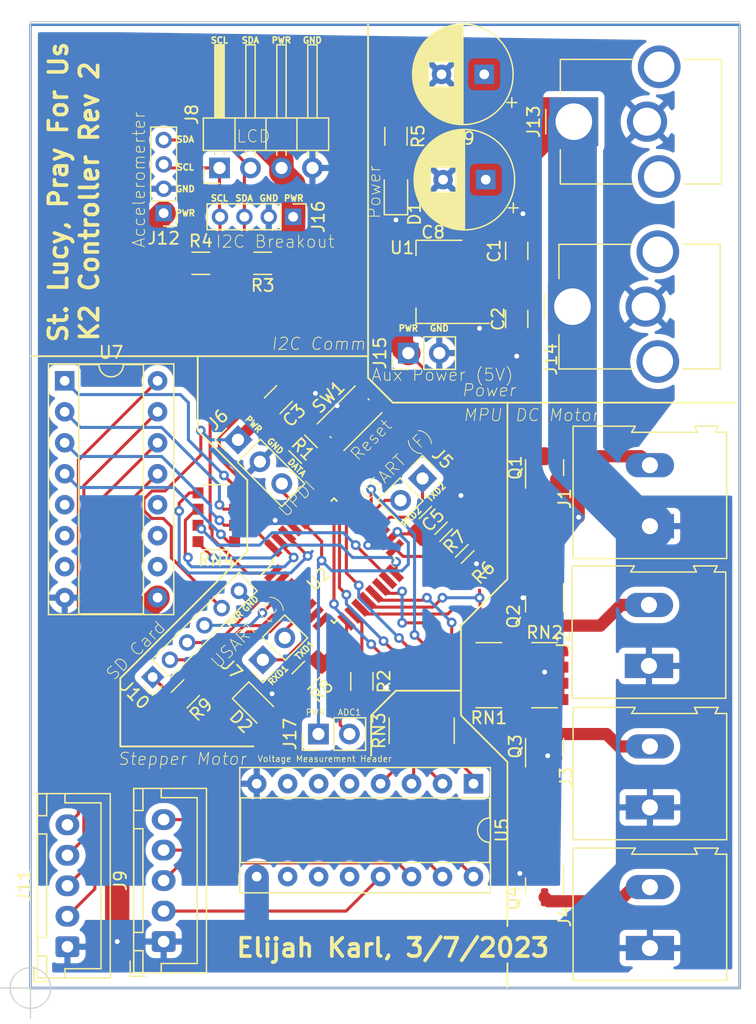
<source format=kicad_pcb>
(kicad_pcb (version 20211014) (generator pcbnew)
  (title_block (title "Motor Control Board") (date "2022-10-19") (rev "1") (company "Personal Project") (comment 1 "Author: Elijah Karl"))
  (layers (0 "F.Cu" signal) (31 "B.Cu" signal) (34 "B.Paste" user) (35 "F.Paste" user) (36 "B.SilkS" user "B.Silkscreen") (37 "F.SilkS" user "F.Silkscreen") (38 "B.Mask" user) (39 "F.Mask" user) (44 "Edge.Cuts" user))
  (net 0 "")
  (net 1 "+9V")
  (net 2 "GND")
  (net 3 "PWR")
  (net 4 "Net-(D1-Pad2)")
  (net 5 "Net-(J1-Pad2)")
  (net 6 "Net-(J2-Pad2)")
  (net 7 "Net-(J3-Pad2)")
  (net 8 "Net-(J4-Pad2)")
  (net 9 "Net-(J5-Pad1)")
  (net 10 "Net-(J5-Pad2)")
  (net 11 "Net-(J6-Pad3)")
  (net 12 "Net-(J7-Pad1)")
  (net 13 "Net-(J7-Pad2)")
  (net 14 "SCL")
  (net 15 "SDA")
  (net 16 "Net-(J9-Pad2)")
  (net 17 "Net-(J9-Pad3)")
  (net 18 "Net-(J9-Pad4)")
  (net 19 "Net-(J9-Pad5)")
  (net 20 "Net-(J11-Pad2)")
  (net 21 "Net-(J11-Pad3)")
  (net 22 "Net-(J11-Pad4)")
  (net 23 "Net-(J11-Pad5)")
  (net 24 "Net-(Q1-Pad1)")
  (net 25 "Net-(Q2-Pad1)")
  (net 26 "Net-(Q3-Pad1)")
  (net 27 "Net-(R1-Pad2)")
  (net 28 "Net-(R6-Pad2)")
  (net 29 "M1_EN")
  (net 30 "M2_EN")
  (net 31 "M3_EN")
  (net 32 "M4_EN")
  (net 33 "Net-(D2-Pad2)")
  (net 34 "ADC1")
  (net 35 "Net-(J10-Pad1)")
  (net 36 "Net-(J10-Pad2)")
  (net 37 "Net-(J10-Pad3)")
  (net 38 "Net-(J10-Pad4)")
  (net 39 "Net-(R8-Pad1)")
  (net 40 "Net-(RN1-Pad1)")
  (net 41 "Net-(R9-Pad1)")
  (net 42 "Net-(RN3-Pad1)")
  (net 43 "Net-(RN3-Pad2)")
  (net 44 "Net-(RN3-Pad3)")
  (net 45 "MC1_A")
  (net 46 "MC1_B")
  (net 59 "MC1_C")
  (net 60 "MC1_D")
  (net 61 "Net-(RN3-Pad4)")
  (net 62 "Net-(RN4-Pad1)")
  (net 63 "Net-(RN4-Pad2)")
  (net 64 "Net-(RN4-Pad3)")
  (net 65 "MC2_A")
  (net 66 "MC2_B")
  (net 67 "MC2_C")
  (net 68 "MC2_D")
  (net 70 "Net-(RN4-Pad4)")
  (footprint "Connector_PinHeader_2.54mm:PinHeader_1x03_P2.54mm_Vertical" (layer "F.Cu") (at 69.596 50.038 45)
    (fp_text reference "J6")
    (fp_text value "UPDI Header")
  )
  (footprint "Package_TO_SOT_SMD:SOT-23" (layer "F.Cu") (at 94.742 63.5 -90)
    (fp_text reference "Q2")
    (fp_text value "DMN3042L")
  )
  (footprint "Capacitor_THT:CP_Radial_D8.0mm_P3.50mm" (layer "F.Cu") (at 89.790651 20.066 180)
    (fp_text reference "C9")
    (fp_text value "470uF")
  )
  (footprint "Resistor_SMD:R_Array_Convex_4x1206" (layer "F.Cu") (at 84.662 73.897 90)
    (fp_text reference "RN3")
    (fp_text value "1K_Pack04")
  )
  (footprint "Resistor_SMD:R_1206_3216Metric_Pad1.30x1.75mm_HandSolder" (layer "F.Cu") (at 74.937445 50.807445 -45)
    (fp_text reference "R1")
    (fp_text value "35k")
  )
  (footprint "TerminalBlock:TerminalBlock_Altech_AK300-2_P5.00mm" (layer "F.Cu") (at 103.2995 68.58 90)
    (fp_text reference "J2")
    (fp_text value "Screw_Terminal_01x02")
  )
  (footprint "Resistor_SMD:R_1206_3216Metric_Pad1.30x1.75mm_HandSolder" (layer "F.Cu") (at 66.548 35.56)
    (fp_text reference "R4")
    (fp_text value "6.2k")
  )
  (footprint "Connector_PinHeader_2.54mm:PinHeader_1x04_P2.54mm_Horizontal" (layer "F.Cu") (at 68.082 27.743 90)
    (fp_text reference "J8")
    (fp_text value "Provisional LCD Header")
  )
  (footprint "Connector_PinHeader_2.54mm:PinHeader_1x02_P2.54mm_Vertical" (layer "F.Cu") (at 71.635445 68.079445 135)
    (fp_text reference "J7")
    (fp_text value "USART Conn")
  )
  (footprint "Connector_JST:JST_XH_B5B-XH-A_1x05_P2.50mm_Vertical" (layer "F.Cu") (at 55.609 91.614 90)
    (fp_text reference "J11")
    (fp_text value "Conn_01x05_Male")
  )
  (footprint "Package_TO_SOT_SMD:SOT-23" (layer "F.Cu") (at 94.742 75.184 90)
    (fp_text reference "Q3")
    (fp_text value "DMN3042L")
  )
  (footprint "Resistor_SMD:R_Array_Convex_4x1206" (layer "F.Cu") (at 94.742 69.342)
    (fp_text reference "RN2")
    (fp_text value "33K_Pack04")
  )
  (footprint "Resistor_SMD:R_1206_3216Metric_Pad1.30x1.75mm_HandSolder" (layer "F.Cu") (at 75.191445 69.349445 -135)
    (fp_text reference "R8")
    (fp_text value "710")
  )
  (footprint "Resistor_SMD:R_Array_Convex_4x1206" (layer "F.Cu") (at 67.818 56.388 180)
    (fp_text reference "RN4")
    (fp_text value "1K_Pack04")
  )
  (footprint "Connector_PinHeader_2.00mm:PinHeader_1x06_P2.00mm_Vertical" (layer "F.Cu") (at 62.601231 69.493659 135)
    (fp_text reference "J10")
    (fp_text value "SD_Card_BreakoutBoard")
  )
  (footprint "Connector_PinHeader_2.54mm:PinHeader_1x02_P2.54mm_Vertical" (layer "F.Cu") (at 84.729006 53.207884 -45)
    (fp_text reference "J5")
    (fp_text value "USART Conn")
  )
  (footprint "Connector_PinHeader_2.54mm:PinHeader_1x02_P2.54mm_Vertical" (layer "F.Cu") (at 76.195 74.168 90)
    (fp_text reference "J17")
    (fp_text value "Voltage Measurement Jumper")
  )
  (footprint "TerminalBlock:TerminalBlock_Altech_AK300-2_P5.00mm" (layer "F.Cu") (at 103.378 91.723 90)
    (fp_text reference "J4")
    (fp_text value "Screw_Terminal_01x02")
  )
  (footprint "LED_SMD:LED_0805_2012Metric_Pad1.15x1.40mm_HandSolder" (layer "F.Cu") (at 82.55 29.718 90)
    (fp_text reference "D1")
    (fp_text value "LED_GRN")
  )
  (footprint "Package_QFP:TQFP-32_7x7mm_P0.8mm" (layer "F.Cu") (at 77.477445 59.951445 45)
    (fp_text reference "U2")
    (fp_text value "ATmega4808-A")
  )
  (footprint "Connector_BarrelJack:BarrelJack_CUI_PJ-063AH_Horizontal_CircularHoles" (layer "F.Cu") (at 97.14 23.948 90)
    (fp_text reference "J13")
    (fp_text value "+9V")
  )
  (footprint "Connector_JST:JST_XH_B5B-XH-A_1x05_P2.50mm_Vertical" (layer "F.Cu") (at 63.5 91.186 90)
    (fp_text reference "J9")
    (fp_text value "Conn_01x05_Male")
  )
  (footprint "Package_DIP:DIP-16_W7.62mm_Socket" (layer "F.Cu") (at 55.382 45.202)
    (fp_text reference "U7")
    (fp_text value "ULN2003A")
  )
  (footprint "Package_TO_SOT_SMD:SOT-223-3_TabPin2" (layer "F.Cu") (at 86.106 37.084 180)
    (fp_text reference "U1")
    (fp_text value "AZ1117-5.0")
  )
  (footprint "Resistor_SMD:R_1206_3216Metric_Pad1.30x1.75mm_HandSolder" (layer "F.Cu") (at 82.55 25.146 -90)
    (fp_text reference "R5")
    (fp_text value "690")
  )
  (footprint "Capacitor_THT:CP_Radial_D8.0mm_P3.50mm" (layer "F.Cu") (at 89.916 28.702 180)
    (fp_text reference "C8")
    (fp_text value "470uF")
  )
  (footprint "Resistor_SMD:R_1206_3216Metric_Pad1.30x1.75mm_HandSolder" (layer "F.Cu") (at 89.081429 60.285461 -135)
    (fp_text reference "R6")
    (fp_text value "24.9k")
  )
  (footprint "Capacitor_SMD:C_1206_3216Metric_Pad1.33x1.80mm_HandSolder" (layer "F.Cu") (at 92.456 40.132 -90)
    (fp_text reference "C2")
    (fp_text value "22uF")
  )
  (footprint "Resistor_SMD:R_1206_3216Metric" (layer "F.Cu") (at 79.756 69.85 -90)
    (fp_text reference "R2")
    (fp_text value "1M")
  )
  (footprint "TerminalBlock:TerminalBlock_Altech_AK300-2_P5.00mm" (layer "F.Cu") (at 103.378 80.184 90)
    (fp_text reference "J3")
    (fp_text value "Screw_Terminal_01x02")
  )
  (footprint "Connector_PinHeader_2.54mm:PinHeader_1x02_P2.54mm_Vertical" (layer "F.Cu") (at 83.566 42.926 90)
    (fp_text reference "J15")
    (fp_text value "AUX Power")
  )
  (footprint "Connector_PinHeader_2.00mm:PinHeader_1x04_P2.00mm_Vertical" (layer "F.Cu") (at 63.5 31.448 180)
    (fp_text reference "J12")
    (fp_text value "Provisional Accelerometer Header")
  )
  (footprint "Capacitor_SMD:C_1206_3216Metric_Pad1.33x1.80mm_HandSolder" (layer "F.Cu") (at 85.605445 56.649445 45)
    (fp_text reference "C5")
    (fp_text value "0.1uF")
  )
  (footprint "Capacitor_SMD:C_1206_3216Metric_Pad1.33x1.80mm_HandSolder" (layer "F.Cu") (at 72.905445 46.743445 -135)
    (fp_text reference "C3")
    (fp_text value "0.1uF")
  )
  (footprint "Connector_PinHeader_2.00mm:PinHeader_1x04_P2.00mm_Vertical" (layer "F.Cu") (at 74.12 31.75 -90)
    (fp_text reference "J16")
    (fp_text value "I2C Breakout Header")
  )
  (footprint "TerminalBlock:TerminalBlock_Altech_AK300-2_P5.00mm" (layer "F.Cu") (at 103.378 57.121 90)
    (fp_text reference "J1")
    (fp_text value "Screw_Terminal_01x02")
  )
  (footprint "Resistor_SMD:R_Array_Convex_4x1206" (layer "F.Cu") (at 90.17 69.342 180)
    (fp_text reference "RN1")
    (fp_text value "1K_Pack04")
  )
  (footprint "Capacitor_SMD:C_1206_3216Metric_Pad1.33x1.80mm_HandSolder" (layer "F.Cu") (at 92.456 34.544 90)
    (fp_text reference "C1")
    (fp_text value "10uF")
  )
  (footprint "Package_TO_SOT_SMD:SOT-23" (layer "F.Cu") (at 94.742 52.324 90)
    (fp_text reference "Q1")
    (fp_text value "DMN3042L")
  )
  (footprint "Resistor_SMD:R_1206_3216Metric_Pad1.30x1.75mm_HandSolder" (layer "F.Cu") (at 71.628 35.56 180)
    (fp_text reference "R3")
    (fp_text value "6.2k")
  )
  (footprint "Resistor_SMD:R_1206_3216Metric_Pad1.30x1.75mm_HandSolder" (layer "F.Cu") (at 87.303429 58.507461 -135)
    (fp_text reference "R7")
    (fp_text value "6.2k")
  )
  (footprint "LED_SMD:LED_0805_2012Metric_Pad1.15x1.40mm_HandSolder" (layer "F.Cu") (at 71.127445 71.889445 -45)
    (fp_text reference "D2")
    (fp_text value "LED")
  )
  (footprint "Package_DIP:DIP-16_W7.62mm_Socket" (layer "F.Cu") (at 88.91 78.242 -90)
    (fp_text reference "U5")
    (fp_text value "ULN2003A")
  )
  (footprint "Button_Switch_SMD:SW_Push_1P1T_NO_CK_KMR2" (layer "F.Cu") (at 78.747445 48.267445 45)
    (fp_text reference "SW1")
    (fp_text value "SW_Push")
  )
  (footprint "Connector_BarrelJack:BarrelJack_CUI_PJ-063AH_Horizontal_CircularHoles" (layer "F.Cu") (at 97.028 39.116 90)
    (fp_text reference "J14")
    (fp_text value "+9V")
  )
  (footprint "Package_TO_SOT_SMD:SOT-23" (layer "F.Cu") (at 94.742 86.614 -90)
    (fp_text reference "Q4")
    (fp_text value "DMN3042L")
  )
  (footprint "Resistor_SMD:R_1206_3216Metric_Pad1.30x1.75mm_HandSolder" (layer "F.Cu") (at 65.285445 70.873445 -135)
    (fp_text reference "R9")
    (fp_text value "1K")
  )
  (gr_rect (start 110.744 94.996) (end 52.578 16.002) (layer "B.Cu") (width 0.2) (fill none))
  (gr_line (start 66.294 43.18) (end 52.578 43.18) (layer "F.SilkS") (width 0.15))
  (gr_line (start 80.264 44.958) (end 82.296 46.99) (layer "F.SilkS") (width 0.15))
  (gr_line (start 70.358 59.182) (end 70.358 53.34) (layer "F.SilkS") (width 0.15))
  (gr_line (start 91.694 92.964) (end 91.694 94.996) (layer "F.SilkS") (width 0.15))
  (gr_line (start 82.55 70.612) (end 80.518 72.644) (layer "F.SilkS") (width 0.15))
  (gr_line (start 80.264 16.002) (end 80.264 44.958) (layer "F.SilkS") (width 0.15))
  (gr_line (start 80.518 72.644) (end 80.518 75.946) (layer "F.SilkS") (width 0.15))
  (gr_line (start 59.944 75.184) (end 59.944 69.596) (layer "F.SilkS") (width 0.15))
  (gr_line (start 66.294 49.276) (end 66.294 43.18) (layer "F.SilkS") (width 0.15))
  (gr_line (start 82.296 46.99) (end 110.49 46.99) (layer "F.SilkS") (width 0.15))
  (gr_line (start 70.358 53.34) (end 66.294 49.276) (layer "F.SilkS") (width 0.15))
  (gr_line (start 87.884 72.644) (end 87.884 65.278) (layer "F.SilkS") (width 0.15))
  (gr_line (start 66.294 43.18) (end 80.264 43.18) (layer "F.SilkS") (width 0.15))
  (gr_line (start 59.944 69.596) (end 70.358 59.182) (layer "F.SilkS") (width 0.15))
  (gr_line (start 87.884 65.278) (end 91.694 61.468) (layer "F.SilkS") (width 0.15))
  (gr_line (start 91.694 76.454) (end 87.884 72.644) (layer "F.SilkS") (width 0.15))
  (gr_line (start 91.694 61.468) (end 91.694 46.99) (layer "F.SilkS") (width 0.15))
  (gr_line (start 87.884 70.612) (end 82.55 70.612) (layer "F.SilkS") (width 0.15))
  (gr_line (start 91.694 89.916) (end 91.694 76.454) (layer "F.SilkS") (width 0.15))
  (gr_line (start 59.944 75.184) (end 70.866 75.184) (layer "F.SilkS") (width 0.15))
  (gr_rect (start 52.578 15.748) (end 110.744 94.996) (layer "Edge.Cuts") (width 0.1) (fill none))
  (gr_text "SDA" (at 70.104 30.226) (layer "F.SilkS") (effects (font (size 0.5 0.5) (thickness 0.125))))
  (gr_text "GND" (at 72.644 50.546 315) (layer "F.SilkS") (effects (font (size 0.5 0.5) (thickness 0.125))))
  (gr_text "GND" (at 65.278 29.464) (layer "F.SilkS") (effects (font (size 0.5 0.5) (thickness 0.125))))
  (gr_text "TXD2" (at 85.852 54.356 45) (layer "F.SilkS") (effects (font (size 0.5 0.5) (thickness 0.125))))
  (gr_text "PWR" (at 74.168 30.226) (layer "F.SilkS") (effects (font (size 0.5 0.5) (thickness 0.125))))
  (gr_text "SD Card" (at 61.214 67.31 45) (layer "F.SilkS") (effects (font (size 1 1) (thickness 0.07))))
  (gr_text "Voltage Measurement Header" (at 76.708 76.2) (layer "F.SilkS") (effects (font (size 0.5 0.5) (thickness 0.07))))
  (gr_text "Power" (at 90.17 45.974) (layer "F.SilkS") (effects (font (size 1 1) (thickness 0.07) italic)))
  (gr_text "SDA" (at 65.278 25.4) (layer "F.SilkS") (effects (font (size 0.5 0.5) (thickness 0.125))))
  (gr_text "DC Motor" (at 95.758 48.006) (layer "F.SilkS") (effects (font (size 1 1) (thickness 0.07) italic)))
  (gr_text "GND" (at 72.136 30.226) (layer "F.SilkS") (effects (font (size 0.5 0.5) (thickness 0.125))))
  (gr_text "I2C Comm" (at 76.2 42.164) (layer "F.SilkS") (effects (font (size 1 1) (thickness 0.07) italic)))
  (gr_text "I2C Breakout" (at 72.644 33.782) (layer "F.SilkS") (effects (font (size 1 1) (thickness 0.07))))
  (gr_text "PWR" (at 83.566 40.894) (layer "F.SilkS") (effects (font (size 0.5 0.5) (thickness 0.125))))
  (gr_text "Acceleromerter" (at 61.468 28.702 90) (layer "F.SilkS") (effects (font (size 1 1) (thickness 0.07))))
  (gr_text "K2 Controller Rev 2" (at 57.404 30.48 90) (layer "F.SilkS") (effects (font (size 1.5 1.5) (thickness 0.3))))
  (gr_text "Stepper Motor" (at 65.024 76.2) (layer "F.SilkS") (effects (font (size 1 1) (thickness 0.07) italic)))
  (gr_text "PWR" (at 69.342 64.77 45) (layer "F.SilkS") (effects (font (size 0.5 0.5) (thickness 0.125))))
  (gr_text "TXD1" (at 75.06209 67.31 45) (layer "F.SilkS") (effects (font (size 0.5 0.5) (thickness 0.125))))
  (gr_text "Aux Power (5V)" (at 86.36 44.704) (layer "F.SilkS") (effects (font (size 1 1) (thickness 0.07))))
  (gr_text "UPDI" (at 74.422 54.864 45) (layer "F.SilkS") (effects (font (size 1 1) (thickness 0.07))))
  (gr_text "St. Lucy, Pray For Us" (at 54.864 29.718 90) (layer "F.SilkS") (effects (font (size 1.5 1.5) (thickness 0.3))))
  (gr_text "GND" (at 70.612 63.5 45) (layer "F.SilkS") (effects (font (size 0.5 0.5) (thickness 0.125))))
  (gr_text "DATA" (at 74.422 52.324 315) (layer "F.SilkS") (effects (font (size 0.5 0.5) (thickness 0.125))))
  (gr_text "PWR" (at 65.278 31.448) (layer "F.SilkS") (effects (font (size 0.5 0.5) (thickness 0.125))))
  (gr_text "SCL\n" (at 65.278 27.686) (layer "F.SilkS") (effects (font (size 0.5 0.5) (thickness 0.125))))
  (gr_text "Power" (at 80.772 29.718 90) (layer "F.SilkS") (effects (font (size 1 1) (thickness 0.07))))
  (gr_text "PWR" (at 73.152 17.272) (layer "F.SilkS") (effects (font (size 0.5 0.5) (thickness 0.125))))
  (gr_text "RXD1" (at 72.898 69.342 45) (layer "F.SilkS") (effects (font (size 0.5 0.5) (thickness 0.125))))
  (gr_text "USART (F)" (at 82.55 52.07 45) (layer "F.SilkS") (effects (font (size 1 1) (thickness 0.07))))
  (gr_text "LCD" (at 70.866 25.146) (layer "F.SilkS") (effects (font (size 1 1) (thickness 0.07))))
  (gr_text "USART (C)" (at 70.358 65.786 45) (layer "F.SilkS") (effects (font (size 1 1) (thickness 0.07))))
  (gr_text "PWR" (at 70.866 48.768 315) (layer "F.SilkS") (effects (font (size 0.5 0.5) (thickness 0.125))))
  (gr_text "SCL" (at 68.072 17.272) (layer "F.SilkS") (effects (font (size 0.5 0.5) (thickness 0.125))))
  (gr_text "SCL" (at 68.072 30.226) (layer "F.SilkS") (effects (font (size 0.5 0.5) (thickness 0.125))))
  (gr_text "PWR" (at 75.946 72.39) (layer "F.SilkS") (effects (font (size 0.5 0.5) (thickness 0.07))))
  (gr_text "Elijah Karl, 3/7/2023" (at 82.296 91.694) (layer "F.SilkS") (effects (font (size 1.5 1.5) (thickness 0.3))))
  (gr_text "MPU" (at 89.662 48.006) (layer "F.SilkS") (effects (font (size 1 1) (thickness 0.07) italic)))
  (gr_text "GND" (at 75.692 17.272) (layer "F.SilkS") (effects (font (size 0.5 0.5) (thickness 0.125))))
  (gr_text "SDA" (at 70.612 17.272) (layer "F.SilkS") (effects (font (size 0.5 0.5) (thickness 0.125))))
  (gr_text "ADC1" (at 78.74 72.39) (layer "F.SilkS") (effects (font (size 0.5 0.5) (thickness 0.07))))
  (gr_text "Reset" (at 80.518 50.038 45) (layer "F.SilkS") (effects (font (size 1 1) (thickness 0.07))))
  (gr_text "RXD2" (at 83.82 56.388 45) (layer "F.SilkS") (effects (font (size 0.5 0.5) (thickness 0.125))))
  (gr_text "GND" (at 86.106 40.894) (layer "F.SilkS") (effects (font (size 0.5 0.5) (thickness 0.125))))
  (target plus (at 52.578 94.996) (size 5) (width 0.1) (layer "Edge.Cuts"))
  (segment (start 82.55 23.596) (end 86.260651 23.596) (width 0.25) (layer "F.Cu") (net 1))
  (segment (start 59.69 66.294) (end 59.69 91.186) (width 2) (layer "F.Cu") (net 1))
  (segment (start 89.256 29.362) (end 89.916 28.702) (width 2) (layer "F.Cu") (net 1))
  (segment (start 97.14 23.948) (end 93.672651 23.948) (width 4) (layer "F.Cu") (net 1))
  (segment (start 86.260651 23.596) (end 89.790651 20.066) (width 0.25) (layer "F.Cu") (net 1))
  (segment (start 94.67 23.948) (end 89.916 28.702) (width 4) (layer "F.Cu") (net 1))
  (segment (start 91.1335 34.784) (end 89.256 34.784) (width 0.25) (layer "F.Cu") (net 1))
  (segment (start 97.14 23.948) (end 94.67 23.948) (width 4) (layer "F.Cu") (net 1))
  (segment (start 89.256 34.784) (end 89.256 29.362) (width 2) (layer "F.Cu") (net 1))
  (segment (start 63.002 62.982) (end 59.69 66.294) (width 2) (layer "F.Cu") (net 1))
  (segment (start 93.672651 23.948) (end 89.790651 20.066) (width 4) (layer "F.Cu") (net 1))
  (segment (start 92.456 36.1065) (end 91.1335 34.784) (width 0.25) (layer "F.Cu") (net 1))
  (via (at 59.69 91.186) (size 0.8) (drill 0.4) (layers "F.Cu" "B.Cu") (net 1))
  (segment (start 102.388 57.121) (end 97.028 51.761) (width 4) (layer "B.Cu") (net 1))
  (segment (start 97.028 39.116) (end 97.028 24.06) (width 4) (layer "B.Cu") (net 1))
  (segment (start 103.378 57.121) (end 102.388 57.121) (width 4) (layer "B.Cu") (net 1))
  (segment (start 71.12 91.186) (end 71.13 91.176) (width 2) (layer "B.Cu") (net 1))
  (segment (start 97.028 51.761) (end 97.028 39.116) (width 4) (layer "B.Cu") (net 1))
  (segment (start 71.13 85.862) (end 71.13 91.176) (width 2) (layer "B.Cu") (net 1))
  (segment (start 97.028 24.06) (end 97.14 23.948) (width 4) (layer "B.Cu") (net 1))
  (segment (start 95.692 53.2615) (end 95.692 53.528) (width 1) (layer "F.Cu") (net 2))
  (segment (start 95.1715 76.1215) (end 94.996 75.946) (width 1) (layer "F.Cu") (net 2))
  (segment (start 81.331177 57.794769) (end 81.143231 57.794769) (width 0.25) (layer "F.Cu") (net 2))
  (segment (start 95.692 53.528) (end 97.282 55.118) (width 1) (layer "F.Cu") (net 2))
  (segment (start 70.402661 71.164661) (end 72.091339 71.164661) (width 0.25) (layer "F.Cu") (net 2))
  (segment (start 75.356591 45.638591) (end 75.946 46.228) (width 0.25) (layer "F.Cu") (net 2))
  (segment (start 95.692 76.1215) (end 95.1715 76.1215) (width 1) (layer "F.Cu") (net 2))
  (segment (start 92.7885 85.6765) (end 92.71 85.598) (width 1) (layer "F.Cu") (net 2))
  (segment (start 90.162555 59.189445) (end 89.154 60.198) (width 0.25) (layer "F.Cu") (net 2))
  (segment (start 93.3935 62.5625) (end 92.964 62.992) (width 1) (layer "F.Cu") (net 2))
  (segment (start 97.536 55.372) (end 97.536 56.388) (width 1) (layer "F.Cu") (net 2))
  (segment (start 86.949409 55.544591) (end 87.884 54.61) (width 0.25) (layer "F.Cu") (net 2))
  (segment (start 74.010299 45.638591) (end 75.356591 45.638591) (width 0.25) (layer "F.Cu") (net 2))
  (segment (start 74.189398 57.229084) (end 73.602314 56.642) (width 0.25) (layer "F.Cu") (net 2))
  (segment (start 89.256 40.742) (end 89.408 40.894) (width 0.25) (layer "F.Cu") (net 2))
  (segment (start 89.256 39.384) (end 89.256 40.742) (width 0.25) (layer "F.Cu") (net 2))
  (segment (start 78.181759 47.701759) (end 79.631328 46.252191) (width 0.25) (layer "F.Cu") (net 2))
  (segment (start 73.602314 56.642) (end 72.644 56.642) (width 0.25) (layer "F.Cu") (net 2))
  (segment (start 80.8335 71.3125) (end 81.788 70.358) (width 0.25) (layer "F.Cu") (net 2))
  (segment (start 78.181759 47.701759) (end 77.724 47.244) (width 0.25) (layer "F.Cu") (net 2))
  (segment (start 72.091339 71.164661) (end 72.39 70.866) (width 0.25) (layer "F.Cu") (net 2))
  (segment (start 96.012 69.088) (end 94.742 69.088) (width 0.25) (layer "F.Cu") (net 2))
  (segment (start 79.756 71.3125) (end 80.8335 71.3125) (width 0.25) (layer "F.Cu") (net 2))
  (segment (start 92.456 41.6945) (end 92.456 43.18) (width 0.25) (layer "F.Cu") (net 2))
  (segment (start 96.242 69.318) (end 96.242 67.342) (width 0.25) (layer "F.Cu") (net 2))
  (segment (start 97.282 55.118) (end 97.536 55.372) (width 1) (layer "F.Cu") (net 2))
  (segment (start 90.177445 59.189445) (end 90.162555 59.189445) (width 0.25) (layer "F.Cu") (net 2))
  (segment (start 92.456 32.9815) (end 92.456 32.004) (width 0.25) (layer "F.Cu") (net 2))
  (segment (start 82.55 30.743) (end 82.55 32.004) (width 0.25) (layer "F.Cu") (net 2))
  (segment (start 81.143231 57.794769) (end 80.268299 58.669701) (width 0.25) (layer "F.Cu") (net 2))
  (segment (start 76.732191 49.151328) (end 78.181759 47.701759) (width 0.25) (layer "F.Cu") (net 2))
  (segment (start 96.242 69.318) (end 96.012 69.088) (width 0.25) (layer "F.Cu") (net 2))
  (segment (start 92.456 32.004) (end 92.964 31.496) (width 0.25) (layer "F.Cu") (net 2))
  (segment (start 96.242 71.342) (end 96.242 69.318) (width 0.25) (layer "F.Cu") (net 2))
  (segment (start 93.792 85.6765) (end 92.7885 85.6765) (width 1) (layer "F.Cu") (net 2))
  (segment (start 86.710299 55.544591) (end 86.949409 55.544591) (width 0.25) (layer "F.Cu") (net 2))
  (segment (start 93.792 62.5625) (end 93.3935 62.5625) (width 1) (layer "F.Cu") (net 2))
  (via (at 89.408 40.894) (size 0.8) (drill 0.4) (layers "F.Cu" "B.Cu") (net 2))
  (via (at 94.996 75.946) (size 0.8) (drill 0.4) (layers "F.Cu" "B.Cu") (net 2))
  (via (at 72.39 70.866) (size 0.8) (drill 0.4) (layers "F.Cu" "B.Cu") (net 2))
  (via (at 81.788 70.358) (size 0.8) (drill 0.4) (layers "F.Cu" "B.Cu") (net 2))
  (via (at 89.154 60.198) (size 0.8) (drill 0.4) (layers "F.Cu" "B.Cu") (net 2))
  (via (at 87.884 54.61) (size 0.8) (drill 0.4) (layers "F.Cu" "B.Cu") (net 2))
  (via (at 92.964 31.496) (size 0.8) (drill 0.4) (layers "F.Cu" "B.Cu") (net 2))
  (via (at 80.268299 58.669701) (size 0.8) (drill 0.4) (layers "F.Cu" "B.Cu") (net 2))
  (via (at 94.742 69.088) (size 0.8) (drill 0.4) (layers "F.Cu" "B.Cu") (net 2))
  (via (at 75.946 46.228) (size 0.8) (drill 0.4) (layers "F.Cu" "B.Cu") (net 2))
  (via (at 92.71 85.598) (size 0.8) (drill 0.4) (layers "F.Cu" "B.Cu") (net 2))
  (via (at 97.536 56.388) (size 0.8) (drill 0.4) (layers "F.Cu" "B.Cu") (net 2))
  (via (at 72.644 56.642) (size 0.8) (drill 0.4) (layers "F.Cu" "B.Cu") (net 2))
  (via (at 82.55 32.004) (size 0.8) (drill 0.4) (layers "F.Cu" "B.Cu") (net 2))
  (via (at 92.456 43.18) (size 0.8) (drill 0.4) (layers "F.Cu" "B.Cu") (net 2))
  (via (at 92.964 62.992) (size 0.8) (drill 0.4) (layers "F.Cu" "B.Cu") (net 2))
  (via (at 77.724 47.244) (size 0.8) (drill 0.4) (layers "F.Cu" "B.Cu") (net 2))
  (segment (start 74.12 29.060138) (end 73.162 28.102138) (width 2) (layer "F.Cu") (net 3))
  (segment (start 71.978299 47.848299) (end 73.841429 49.711429) (width 1) (layer "F.Cu") (net 3))
  (segment (start 59.436 31.242) (end 60.452 32.258) (width 2) (layer "F.Cu") (net 3))
  (segment (start 62.69 32.258) (end 63.5 31.448) (width 2) (layer "F.Cu") (net 3))
  (segment (start 64.127 57.146009) (end 63.467991 56.487) (width 0.25) (layer "F.Cu") (net 3))
  (segment (start 64.998 35.56) (end 63.5 34.062) (width 0.25) (layer "F.Cu") (net 3))
  (segment (start 88.609 57.20189) (end 88.609 47.969) (width 0.25) (layer "F.Cu") (net 3))
  (segment (start 88.399445 57.411445) (end 88.609 57.20189) (width 0.25) (layer "F.Cu") (net 3))
  (segment (start 88.609 47.969) (end 83.566 42.926) (width 0.25) (layer "F.Cu") (net 3))
  (segment (start 76.265182 44.45) (end 80.772 44.45) (width 1) (layer "F.Cu") (net 3))
  (segment (start 71.800591 47.848299) (end 71.978299 47.848299) (width 1) (layer "F.Cu") (net 3))
  (segment (start 59.436 23.114) (end 59.436 31.242) (width 2) (layer "F.Cu") (net 3))
  (segment (start 74.755084 56.663398) (end 76.454 58.362314) (width 0.25) (layer "F.Cu") (net 3))
  (segment (start 82.956 37.084) (end 82.956 42.316) (width 2) (layer "F.Cu") (net 3))
  (segment (start 74.12 36.502) (end 74.12 31.75) (width 2) (layer "F.Cu") (net 3))
  (segment (start 71.800591 39.985409) (end 74.702 37.084) (width 1) (layer "F.Cu") (net 3))
  (segment (start 64.127 59.70572) (end 64.127 57.146009) (width 0.25) (layer "F.Cu") (net 3))
  (segment (start 82.956 42.316) (end 83.566 42.926) (width 2) (layer "F.Cu") (net 3))
  (segment (start 74.12 31.75) (end 74.12 29.060138) (width 2) (layer "F.Cu") (net 3))
  (segment (start 63.5 34.062) (end 63.5 31.448) (width 0.25) (layer "F.Cu") (net 3))
  (segment (start 60.706 21.844) (end 59.436 23.114) (width 2) (layer "F.Cu") (net 3))
  (segment (start 61.877 55.827991) (end 61.877 54.896009) (width 0.25) (layer "F.Cu") (net 3))
  (segment (start 62.536009 54.237) (end 63.619 54.237) (width 0.25) (layer "F.Cu") (net 3))
  (segment (start 66.548 51.308) (end 66.548 49.276) (width 0.25) (layer "F.Cu") (net 3))
  (segment (start 71.800591 39.985409) (end 76.265182 44.45) (width 1) (layer "F.Cu") (net 3))
  (segment (start 74.702 37.084) (end 74.12 36.502) (width 2) (layer "F.Cu") (net 3))
  (segment (start 63.619 54.237) (end 66.548 51.308) (width 0.25) (layer "F.Cu") (net 3))
  (segment (start 61.877 54.896009) (end 62.536009 54.237) (width 0.25) (layer "F.Cu") (net 3))
  (segment (start 73.162 27.743) (end 73.162 27.188) (width 2) (layer "F.Cu") (net 3))
  (segment (start 80.772 44.45) (end 88.984 52.662) (width 1) (layer "F.Cu") (net 3))
  (segment (start 68.258085 63.836805) (end 64.127 59.70572) (width 0.25) (layer "F.Cu") (net 3))
  (segment (start 71.785701 47.848299) (end 69.596 50.038) (width 1) (layer "F.Cu") (net 3))
  (segment (start 88.984 56.82689) (end 88.399445 57.411445) (width 1) (layer "F.Cu") (net 3))
  (segment (start 88.056591 57.754299) (end 88.399445 57.411445) (width 0.25) (layer "F.Cu") (net 3))
  (segment (start 84.500591 57.754299) (end 82.503018 57.754299) (width 0.25) (layer "F.Cu") (net 3))
  (segment (start 90.9705 37.084) (end 89.256 37.084) (width 0.25) (layer "F.Cu") (net 3))
  (segment (start 71.800591 47.848299) (end 71.785701 47.848299) (width 1) (layer "F.Cu") (net 3))
  (segment (start 92.456 38.5695) (end 90.9705 37.084) (width 0.25) (layer "F.Cu") (net 3))
  (segment (start 73.162 28.102138) (end 73.162 27.743) (width 2) (layer "F.Cu") (net 3))
  (segment (start 60.452 32.258) (end 62.69 32.258) (width 2) (layer "F.Cu") (net 3))
  (segment (start 88.984 52.662) (end 88.984 56.82689) (width 1) (layer "F.Cu") (net 3))
  (segment (start 74.702 37.084) (end 73.178 35.56) (width 2) (layer "F.Cu") (net 3))
  (segment (start 73.162 27.188) (end 67.818 21.844) (width 2) (layer "F.Cu") (net 3))
  (segment (start 63.467991 56.487) (end 62.536009 56.487) (width 0.25) (layer "F.Cu") (net 3))
  (segment (start 76.454 58.362314) (end 76.454 59.944) (width 0.25) (layer "F.Cu") (net 3))
  (segment (start 67.818 21.844) (end 60.706 21.844) (width 2) (layer "F.Cu") (net 3))
  (segment (start 62.536009 56.487) (end 61.877 55.827991) (width 0.25) (layer "F.Cu") (net 3))
  (segment (start 82.956 37.084) (end 74.702 37.084) (width 2) (layer "F.Cu") (net 3))
  (segment (start 89.256 37.084) (end 82.956 37.084) (width 0.25) (layer "F.Cu") (net 3))
  (segment (start 71.800591 47.848299) (end 71.800591 39.985409) (width 1) (layer "F.Cu") (net 3))
  (segment (start 82.503018 57.754299) (end 81.896862 58.360455) (width 0.25) (layer "F.Cu") (net 3))
  (segment (start 84.500591 57.754299) (end 88.056591 57.754299) (width 0.25) (layer "F.Cu") (net 3))
  (via (at 66.548 49.276) (size 0.8) (drill 0.4) (layers "F.Cu" "B.Cu") (net 3))
  (via (at 82.667213 57.590104) (size 0.8) (drill 0.4) (layers "F.Cu" "B.Cu") (net 3))
  (via (at 76.454 59.944) (size 0.8) (drill 0.4) (layers "F.Cu" "B.Cu") (net 3))
  (segment (start 76.195 60.203) (end 76.454 59.944) (width 0.25) (layer "B.Cu") (net 3))
  (segment (start 77.291805 60.781805) (end 83.040195 60.781805) (width 0.25) (layer "B.Cu") (net 3))
  (segment (start 83.040195 60.781805) (end 83.566 60.256) (width 0.25) (layer "B.Cu") (net 3))
  (segment (start 76.195 74.168) (end 76.195 60.203) (width 0.25) (layer "B.Cu") (net 3))
  (segment (start 66.548 49.276) (end 67.31 50.038) (width 0.25) (layer "B.Cu") (net 3))
  (segment (start 83.566 58.488891) (end 82.667213 57.590104) (width 0.25) (layer "B.Cu") (net 3))
  (segment (start 76.454 59.944) (end 77.291805 60.781805) (width 0.25) (layer "B.Cu") (net 3))
  (segment (start 83.566 60.256) (end 83.566 58.488891) (width 0.25) (layer "B.Cu") (net 3))
  (segment (start 67.31 50.038) (end 69.596 50.038) (width 0.25) (layer "B.Cu") (net 3))
  (segment (start 82.55 28.693) (end 82.55 26.696) (width 0.25) (layer "F.Cu") (net 4))
  (segment (start 102.6435 51.3865) (end 94.742 51.3865) (width 1) (layer "F.Cu") (net 5))
  (segment (start 103.378 52.121) (end 102.6435 51.3865) (width 1) (layer "F.Cu") (net 5))
  (segment (start 99.314 65.278) (end 95.5825 65.278) (width 1) (layer "F.Cu") (net 6))
  (segment (start 103.2995 63.58) (end 101.012 63.58) (width 1) (layer "F.Cu") (net 6))
  (segment (start 101.012 63.58) (end 99.314 65.278) (width 1) (layer "F.Cu") (net 6))
  (segment (start 95.5825 65.278) (end 94.742 64.4375) (width 1) (layer "F.Cu") (net 6))
  (segment (start 103.378 75.184) (end 100.838 75.184) (width 1) (layer "F.Cu") (net 7))
  (segment (start 94.8205 74.168) (end 94.742 74.2465) (width 1) (layer "F.Cu") (net 7))
  (segment (start 100.838 75.184) (end 99.822 74.168) (width 1) (layer "F.Cu") (net 7))
  (segment (start 99.822 74.168) (end 94.8205 74.168) (width 1) (layer "F.Cu") (net 7))
  (segment (start 100.838 87.884) (end 95.0745 87.884) (width 1) (layer "F.Cu") (net 8))
  (segment (start 103.378 86.723) (end 101.999 86.723) (width 1) (layer "F.Cu") (net 8))
  (segment (start 101.999 86.723) (end 100.838 87.884) (width 1) (layer "F.Cu") (net 8))
  (segment (start 95.0745 87.884) (end 94.742 87.5515) (width 1) (layer "F.Cu") (net 8))
  (segment (start 84.729006 55.732994) (end 84.729006 53.207884) (width 0.25) (layer "F.Cu") (net 9))
  (segment (start 84.074 56.388) (end 84.729006 55.732994) (width 0.25) (layer "F.Cu") (net 9))
  (segment (start 81.720371 56.709629) (end 82.042 56.388) (width 0.25) (layer "F.Cu") (net 9))
  (segment (start 82.042 56.388) (end 84.074 56.388) (width 0.25) (layer "F.Cu") (net 9))
  (segment (start 80.765492 57.229084) (end 81.284947 56.709629) (width 0.25) (layer "F.Cu") (net 9))
  (segment (start 81.284947 56.709629) (end 81.720371 56.709629) (width 0.25) (layer "F.Cu") (net 9))
  (segment (start 80.199806 56.452194) (end 80.199806 56.663398) (width 0.25) (layer "F.Cu") (net 10))
  (segment (start 82.932955 55.003935) (end 81.648065 55.003935) (width 0.25) (layer "F.Cu") (net 10))
  (segment (start 81.648065 55.003935) (end 80.199806 56.452194) (width 0.25) (layer "F.Cu") (net 10))
  (segment (start 73.188102 54.247886) (end 75.184 56.243784) (width 0.25) (layer "F.Cu") (net 11))
  (segment (start 73.188102 53.630102) (end 73.188102 54.247886) (width 0.25) (layer "F.Cu") (net 11))
  (segment (start 75.184 66.294) (end 75.184 65.073317) (width 0.25) (layer "F.Cu") (net 12))
  (segment (start 73.398555 68.079445) (end 75.184 66.294) (width 0.25) (layer "F.Cu") (net 12))
  (segment (start 71.635445 68.079445) (end 73.398555 68.079445) (width 0.25) (layer "F.Cu") (net 12))
  (segment (start 75.184 65.073317) (end 75.886455 64.370862) (width 0.25) (layer "F.Cu") (net 12))
  (segment (start 73.431496 65.69445) (end 75.320769 63.805177) (width 0.25) (layer "F.Cu") (net 13))
  (segment (start 73.431496 66.283394) (end 73.431496 65.69445) (width 0.25) (layer "F.Cu") (net 13))
  (segment (start 67.469299 58.090006) (end 68.282903 58.90361) (width 0.25) (layer "F.Cu") (net 14))
  (segment (start 67.31 46.482) (end 67.31 57.277) (width 0.25) (layer "F.Cu") (net 14))
  (segment (start 68.12 35.538) (end 68.098 35.56) (width 0.25) (layer "F.Cu") (net 14))
  (segment (start 68.082 31.712) (end 68.12 31.75) (width 0.25) (layer "F.Cu") (net 14))
  (segment (start 63.795 27.743) (end 63.5 27.448) (width 0.25) (layer "F.Cu") (net 14))
  (segment (start 68.28361 58.90361) (end 70.35675 60.97675) (width 0.25) (layer "F.Cu") (net 14))
  (segment (start 67.469299 57.436299) (end 67.469299 58.090006) (width 0.25) (layer "F.Cu") (net 14))
  (segment (start 68.12 31.75) (end 68.12 35.538) (width 0.25) (layer "F.Cu") (net 14))
  (segment (start 68.082 27.743) (end 68.082 31.712) (width 0.25) (layer "F.Cu") (net 14))
  (segment (start 68.098 45.694) (end 67.31 46.482) (width 0.25) (layer "F.Cu") (net 14))
  (segment (start 68.098 35.56) (end 68.098 45.694) (width 0.25) (layer "F.Cu") (net 14))
  (segment (start 68.282903 58.90361) (end 68.28361 58.90361) (width 0.25) (layer "F.Cu") (net 14))
  (segment (start 67.31 57.277) (end 67.469299 57.436299) (width 0.25) (layer "F.Cu") (net 14))
  (segment (start 70.35675 60.97675) (end 72.492342 60.97675) (width 0.25) (layer "F.Cu") (net 14))
  (segment (start 68.082 27.743) (end 63.795 27.743) (width 0.25) (layer "F.Cu") (net 14))
  (segment (start 70.12 35.518) (end 70.12 31.75) (width 0.25) (layer "F.Cu") (net 15))
  (segment (start 70.078 47.778) (end 68.068918 49.787082) (width 0.25) (layer "F.Cu") (net 15))
  (segment (start 70.612 54.102) (end 70.612 57.045798) (width 0.25) (layer "F.Cu") (net 15))
  (segment (start 70.12 28.245) (end 70.622 27.743) (width 0.25) (layer "F.Cu") (net 15))
  (segment (start 68.327 25.448) (end 63.5 25.448) (width 0.25) (layer "F.Cu") (net 15))
  (segment (start 70.078 35.56) (end 70.078 47.778) (width 0.25) (layer "F.Cu") (net 15))
  (segment (start 70.622 27.743) (end 68.327 25.448) (width 0.25) (layer "F.Cu") (net 15))
  (segment (start 70.078 35.56) (end 70.12 35.518) (width 0.25) (layer "F.Cu") (net 15))
  (segment (start 70.612 57.045798) (end 72.492342 58.92614) (width 0.25) (layer "F.Cu") (net 15))
  (segment (start 70.12 31.75) (end 70.12 28.245) (width 0.25) (layer "F.Cu") (net 15))
  (segment (start 68.068918 49.787082) (end 68.068918 51.558918) (width 0.25) (layer "F.Cu") (net 15))
  (segment (start 68.068918 51.558918) (end 70.612 54.102) (width 0.25) (layer "F.Cu") (net 15))
  (segment (start 78.466 88.686) (end 81.29 85.862) (width 0.25) (layer "F.Cu") (net 16))
  (segment (start 63.5 88.686) (end 78.466 88.686) (width 0.25) (layer "F.Cu") (net 16))
  (segment (start 63.5 86.186) (end 64.949 84.737) (width 0.25) (layer "F.Cu") (net 17))
  (segment (start 82.705 84.737) (end 83.83 85.862) (width 0.25) (layer "F.Cu") (net 17))
  (segment (start 64.949 84.737) (end 82.705 84.737) (width 0.25) (layer "F.Cu") (net 17))
  (segment (start 63.5 83.686) (end 84.194 83.686) (width 0.25) (layer "F.Cu") (net 18))
  (segment (start 84.194 83.686) (end 86.37 85.862) (width 0.25) (layer "F.Cu") (net 18))
  (segment (start 63.5 81.186) (end 84.234 81.186) (width 0.25) (layer "F.Cu") (net 19))
  (segment (start 84.234 81.186) (end 88.91 85.862) (width 0.25) (layer "F.Cu") (net 19))
  (segment (start 57.857 57.967) (end 57.857 86.866) (width 0.25) (layer "F.Cu") (net 20))
  (segment (start 63.002 52.822) (end 57.857 57.967) (width 0.25) (layer "F.Cu") (net 20))
  (segment (start 57.857 86.866) (end 55.609 89.114) (width 0.25) (layer "F.Cu") (net 20))
  (segment (start 57.407 84.816) (end 55.609 86.614) (width 0.25) (layer "F.Cu") (net 21))
  (segment (start 57.407 55.877) (end 57.407 84.816) (width 0.25) (layer "F.Cu") (net 21))
  (segment (start 63.002 50.282) (end 57.407 55.877) (width 0.25) (layer "F.Cu") (net 21))
  (segment (start 56.957 82.766) (end 55.609 84.114) (width 0.25) (layer "F.Cu") (net 22))
  (segment (start 56.957 53.787) (end 56.957 82.766) (width 0.25) (layer "F.Cu") (net 22))
  (segment (start 63.002 47.742) (end 56.957 53.787) (width 0.25) (layer "F.Cu") (net 22))
  (segment (start 56.507 51.697) (end 56.507 80.716) (width 0.25) (layer "F.Cu") (net 23))
  (segment (start 56.507 80.716) (end 55.609 81.614) (width 0.25) (layer "F.Cu") (net 23))
  (segment (start 63.002 45.202) (end 56.507 51.697) (width 0.25) (layer "F.Cu") (net 23))
  (segment (start 91.67 67.342) (end 93.242 67.342) (width 0.25) (layer "F.Cu") (net 24))
  (segment (start 93.242 67.342) (end 93.242 65.048) (width 0.25) (layer "F.Cu") (net 24))
  (segment (start 91.948 55.1055) (end 93.792 53.2615) (width 0.25) (layer "F.Cu") (net 24))
  (segment (start 93.242 65.048) (end 91.948 63.754) (width 0.25) (layer "F.Cu") (net 24))
  (segment (start 91.948 63.754) (end 91.948 55.1055) (width 0.25) (layer "F.Cu") (net 24))
  (segment (start 94.009751 63.754) (end 95.201251 62.5625) (width 0.25) (layer "F.Cu") (net 25))
  (segment (start 93.726 64.008) (end 93.98 63.754) (width 0.25) (layer "F.Cu") (net 25))
  (segment (start 93.37 68.682) (end 94.234 67.818) (width 0.25) (layer "F.Cu") (net 25))
  (segment (start 94.234 67.818) (end 94.234 65.532) (width 0.25) (layer "F.Cu") (net 25))
  (segment (start 93.726 65.024) (end 93.726 64.008) (width 0.25) (layer "F.Cu") (net 25))
  (segment (start 94.234 65.532) (end 93.726 65.024) (width 0.25) (layer "F.Cu") (net 25))
  (segment (start 93.242 68.682) (end 93.37 68.682) (width 0.25) (layer "F.Cu") (net 25))
  (segment (start 91.67 68.682) (end 93.242 68.682) (width 0.25) (layer "F.Cu") (net 25))
  (segment (start 95.734 62.5205) (end 95.692 62.5625) (width 0.25) (layer "F.Cu") (net 25))
  (segment (start 95.201251 62.5625) (end 95.692 62.5625) (width 0.25) (layer "F.Cu") (net 25))
  (segment (start 93.98 63.754) (end 94.009751 63.754) (width 0.25) (layer "F.Cu") (net 25))
  (segment (start 94.386 70.002) (end 94.742 70.358) (width 0.25) (layer "F.Cu") (net 26))
  (segment (start 91.67 70.002) (end 93.242 70.002) (width 0.25) (layer "F.Cu") (net 26))
  (segment (start 93.792 73.34) (end 93.792 76.1215) (width 0.25) (layer "F.Cu") (net 26))
  (segment (start 94.742 72.39) (end 93.792 73.34) (width 0.25) (layer "F.Cu") (net 26))
  (segment (start 94.742 70.358) (end 94.742 72.39) (width 0.25) (layer "F.Cu") (net 26))
  (segment (start 93.242 70.002) (end 94.386 70.002) (width 0.25) (layer "F.Cu") (net 26))
  (segment (start 74.93 54.575573) (end 74.93 53.006922) (width 0.25) (layer "F.Cu") (net 27))
  (segment (start 76.033461 51.903461) (end 76.2428 51.903461) (width 0.25) (layer "F.Cu") (net 27))
  (segment (start 77.863562 50.282699) (end 80.762699 47.383562) (width 0.25) (layer "F.Cu") (net 27))
  (segment (start 75.886455 55.532028) (end 74.93 54.575573) (width 0.25) (layer "F.Cu") (net 27))
  (segment (start 76.2428 51.903461) (end 77.863562 50.282699) (width 0.25) (layer "F.Cu") (net 27))
  (segment (start 74.93 53.006922) (end 76.033461 51.903461) (width 0.25) (layer "F.Cu") (net 27))
  (segment (start 83.139885 59.603477) (end 82.462548 58.92614) (width 0.25) (layer "F.Cu") (net 28))
  (segment (start 86.207413 59.603477) (end 87.985413 61.381477) (width 0.25) (layer "F.Cu") (net 28))
  (segment (start 86.207413 59.603477) (end 83.139885 59.603477) (width 0.25) (layer "F.Cu") (net 28))
  (segment (start 88.67 64.54) (end 88.67 67.342) (width 0.25) (layer "F.Cu") (net 29))
  (segment (start 80.153576 64.324632) (end 79.634121 63.805177) (width 0.25) (layer "F.Cu") (net 29))
  (segment (start 87.884 63.754) (end 88.67 64.54) (width 0.25) (layer "F.Cu") (net 29))
  (segment (start 87.376 63.754) (end 87.884 63.754) (width 0.25) (layer "F.Cu") (net 29))
  (segment (start 86.805368 64.324632) (end 80.153576 64.324632) (width 0.25) (layer "F.Cu") (net 29))
  (segment (start 86.805368 64.324632) (end 87.376 63.754) (width 0.25) (layer "F.Cu") (net 29))
  (segment (start 89.445 68.543) (end 89.306 68.682) (width 0.25) (layer "F.Cu") (net 30))
  (segment (start 86.36 62.992) (end 85.593054 63.758946) (width 0.25) (layer "F.Cu") (net 30))
  (segment (start 89.408 62.358396) (end 89.408 62.992) (width 0.25) (layer "F.Cu") (net 30))
  (segment (start 80.71926 63.758946) (end 80.199806 63.239492) (width 0.25) (layer "F.Cu") (net 30))
  (segment (start 89.445 63.029) (end 89.445 68.543) (width 0.25) (layer "F.Cu") (net 30))
  (segment (start 89.306 68.682) (end 88.67 68.682) (width 0.25) (layer "F.Cu") (net 30))
  (segment (start 85.593054 63.758946) (end 80.71926 63.758946) (width 0.25) (layer "F.Cu") (net 30))
  (segment (start 89.408 62.992) (end 89.445 63.029) (width 0.25) (layer "F.Cu") (net 30))
  (via (at 86.36 62.992) (size 0.8) (drill 0.4) (layers "F.Cu" "B.Cu") (net 30))
  (via (at 89.408 62.992) (size 0.8) (drill 0.4) (layers "F.Cu" "B.Cu") (net 30))
  (segment (start 89.408 62.992) (end 86.36 62.992) (width 0.25) (layer "B.Cu") (net 30))
  (segment (start 87.122 65.024) (end 87.122 66.04) (width 0.25) (layer "F.Cu") (net 31))
  (segment (start 81.284947 63.193261) (end 80.765492 62.673806) (width 0.25) (layer "F.Cu") (net 31))
  (segment (start 88.44 70.002) (end 88.67 70.002) (width 0.25) (layer "F.Cu") (net 31))
  (segment (start 84.888739 63.193261) (end 81.284947 63.193261) (width 0.25) (layer "F.Cu") (net 31))
  (segment (start 87.884 66.802) (end 87.884 69.446) (width 0.25) (layer "F.Cu") (net 31))
  (segment (start 87.884 69.446) (end 88.44 70.002) (width 0.25) (layer "F.Cu") (net 31))
  (segment (start 87.122 66.04) (end 87.884 66.802) (width 0.25) (layer "F.Cu") (net 31))
  (segment (start 85.09 62.992) (end 84.888739 63.193261) (width 0.25) (layer "F.Cu") (net 31))
  (via (at 85.09 62.992) (size 0.8) (drill 0.4) (layers "F.Cu" "B.Cu") (net 31))
  (via (at 87.122 65.024) (size 0.8) (drill 0.4) (layers "F.Cu" "B.Cu") (net 31))
  (segment (start 87.122 65.024) (end 85.09 62.992) (width 0.25) (layer "B.Cu") (net 31))
  (segment (start 87.376 67.056) (end 87.376 70.612) (width 0.25) (layer "F.Cu") (net 32))
  (segment (start 85.369132 65.049132) (end 87.376 67.056) (width 0.25) (layer "F.Cu") (net 32))
  (segment (start 83.058 62.468761) (end 82.899186 62.627575) (width 0.25) (layer "F.Cu") (net 32))
  (segment (start 82.899186 62.627575) (end 81.850631 62.627575) (width 0.25) (layer "F.Cu") (net 32))
  (segment (start 81.850631 62.627575) (end 81.331177 62.108121) (width 0.25) (layer "F.Cu") (net 32))
  (segment (start 83.058 65.049132) (end 85.369132 65.049132) (width 0.25) (layer "F.Cu") (net 32))
  (segment (start 87.376 70.612) (end 88.106 71.342) (width 0.25) (layer "F.Cu") (net 32))
  (segment (start 88.106 71.342) (end 88.67 71.342) (width 0.25) (layer "F.Cu") (net 32))
  (via (at 83.058 62.468761) (size 0.8) (drill 0.4) (layers "F.Cu" "B.Cu") (net 32))
  (via (at 83.058 65.049132) (size 0.8) (drill 0.4) (layers "F.Cu" "B.Cu") (net 32))
  (segment (start 83.058 65.049132) (end 83.058 62.468761) (width 0.25) (layer "B.Cu") (net 32))
  (segment (start 74.095429 70.445461) (end 74.020997 70.445461) (width 0.25) (layer "F.Cu") (net 33))
  (segment (start 74.020997 70.445461) (end 71.852229 72.614229) (width 0.25) (layer "F.Cu") (net 33))
  (segment (start 79.756 65.058427) (end 79.068435 64.370862) (width 0.25) (layer "F.Cu") (net 34))
  (segment (start 79.756 68.3875) (end 79.756 65.058427) (width 0.25) (layer "F.Cu") (net 34))
  (segment (start 77.978 73.411) (end 77.978 70.1655) (width 0.25) (layer "F.Cu") (net 34))
  (segment (start 78.735 74.168) (end 77.978 73.411) (width 0.25) (layer "F.Cu") (net 34))
  (segment (start 77.978 70.1655) (end 79.756 68.3875) (width 0.25) (layer "F.Cu") (net 34))
  (segment (start 64.189429 71.969461) (end 64.189429 71.081857) (width 0.25) (layer "F.Cu") (net 35))
  (segment (start 64.189429 71.081857) (end 62.601231 69.493659) (width 0.25) (layer "F.Cu") (net 35))
  (segment (start 71.585204 65.278) (end 74.189398 62.673806) (width 0.25) (layer "F.Cu") (net 36))
  (segment (start 70.104 65.278) (end 71.585204 65.278) (width 0.25) (layer "F.Cu") (net 36))
  (segment (start 64.015445 68.079445) (end 67.302555 68.079445) (width 0.25) (layer "F.Cu") (net 36))
  (segment (start 67.302555 68.079445) (end 70.104 65.278) (width 0.25) (layer "F.Cu") (net 36))
  (segment (start 67.935231 66.665232) (end 73.058028 61.542435) (width 0.25) (layer "F.Cu") (net 37))
  (segment (start 65.429658 66.665232) (end 67.935231 66.665232) (width 0.25) (layer "F.Cu") (net 37))
  (segment (start 73.623713 62.108121) (end 73.623713 62.214893) (width 0.25) (layer "F.Cu") (net 38))
  (segment (start 73.623713 62.214893) (end 71.602303 64.236303) (width 0.25) (layer "F.Cu") (net 38))
  (via (at 71.602303 64.236303) (size 0.8) (drill 0.4) (layers "F.Cu" "B.Cu") (net 38))
  (segment (start 70.587588 65.251018) (end 66.843872 65.251018) (width 0.25) (layer "B.Cu") (net 38))
  (segment (start 71.602303 64.236303) (end 70.587588 65.251018) (width 0.25) (layer "B.Cu") (net 38))
  (segment (start 76.287461 68.253429) (end 78.50275 66.03814) (width 0.25) (layer "F.Cu") (net 39))
  (segment (start 78.50275 66.03814) (end 78.50275 64.936548) (width 0.25) (layer "F.Cu") (net 39))
  (segment (start 93.242 74.652) (end 92.71 75.184) (width 0.25) (layer "F.Cu") (net 40))
  (segment (start 95.758 83.058) (end 95.758 85.6105) (width 0.25) (layer "F.Cu") (net 40))
  (segment (start 93.242 71.342) (end 93.242 74.652) (width 0.25) (layer "F.Cu") (net 40))
  (segment (start 92.71 75.184) (end 92.71 80.01) (width 0.25) (layer "F.Cu") (net 40))
  (segment (start 92.71 80.01) (end 95.758 83.058) (width 0.25) (layer "F.Cu") (net 40))
  (segment (start 91.67 71.342) (end 93.242 71.342) (width 0.25) (layer "F.Cu") (net 40))
  (segment (start 95.758 85.6105) (end 95.692 85.6765) (width 0.25) (layer "F.Cu") (net 40))
  (segment (start 70.37289 65.786) (end 72.208576 65.786) (width 0.25) (layer "F.Cu") (net 41))
  (segment (start 72.208576 65.786) (end 74.755084 63.239492) (width 0.25) (layer "F.Cu") (net 41))
  (segment (start 66.381461 69.777429) (end 70.37289 65.786) (width 0.25) (layer "F.Cu") (net 41))
  (segment (start 82.662 75.397) (end 82.662 76.87) (width 0.25) (layer "F.Cu") (net 42))
  (segment (start 82.662 76.87) (end 81.29 78.242) (width 0.25) (layer "F.Cu") (net 42))
  (segment (start 84.002 75.397) (end 84.002 78.07) (width 0.25) (layer "F.Cu") (net 43))
  (segment (start 84.002 78.07) (end 83.83 78.242) (width 0.25) (layer "F.Cu") (net 43))
  (segment (start 85.322 75.397) (end 85.322 77.194) (width 0.25) (layer "F.Cu") (net 44))
  (segment (start 85.322 77.194) (end 86.37 78.242) (width 0.25) (layer "F.Cu") (net 44))
  (segment (start 86.662 72.397) (end 86.662 68.628) (width 0.25) (layer "F.Cu") (net 45))
  (segment (start 80.518 55.213834) (end 79.634121 56.097713) (width 0.25) (layer "F.Cu") (net 45))
  (segment (start 86.662 68.628) (end 84.074 66.04) (width 0.25) (layer "F.Cu") (net 45))
  (segment (start 80.518 54.102) (end 80.518 55.213834) (width 0.25) (layer "F.Cu") (net 45))
  (via (at 84.074 66.04) (size 0.8) (drill 0.4) (layers "F.Cu" "B.Cu") (net 45))
  (via (at 80.518 54.102) (size 0.8) (drill 0.4) (layers "F.Cu" "B.Cu") (net 45))
  (segment (start 80.518 54.250681) (end 80.518 54.102) (width 0.25) (layer "B.Cu") (net 45))
  (segment (start 84.074 57.806681) (end 80.518 54.250681) (width 0.25) (layer "B.Cu") (net 45))
  (segment (start 84.074 66.04) (end 84.074 57.806681) (width 0.25) (layer "B.Cu") (net 45))
  (segment (start 78.486 60.96) (end 78.486 56.114463) (width 0.25) (layer "F.Cu") (net 46))
  (segment (start 85.322 68.812) (end 82.804 66.294) (width 0.25) (layer "F.Cu") (net 46))
  (segment (start 79.502 61.976) (end 78.486 60.96) (width 0.25) (layer "F.Cu") (net 46))
  (segment (start 78.486 56.114463) (end 79.068435 55.532028) (width 0.25) (layer "F.Cu") (net 46))
  (segment (start 85.322 72.397) (end 85.322 68.812) (width 0.25) (layer "F.Cu") (net 46))
  (via (at 79.502 61.976) (size 0.8) (drill 0.4) (layers "F.Cu" "B.Cu") (net 46))
  (via (at 82.804 66.294) (size 0.8) (drill 0.4) (layers "F.Cu" "B.Cu") (net 46))
  (segment (start 82.804 66.294) (end 79.502 62.992) (width 0.25) (layer "B.Cu") (net 46))
  (segment (start 79.502 62.992) (end 79.502 61.976) (width 0.25) (layer "B.Cu") (net 46))
  (segment (start 77.92 62.172) (end 77.92 55.549092) (width 0.25) (layer "F.Cu") (net 59))
  (segment (start 84.002 69.016) (end 81.534 66.548) (width 0.25) (layer "F.Cu") (net 59))
  (segment (start 77.92 55.549092) (end 78.50275 54.966342) (width 0.25) (layer "F.Cu") (net 59))
  (segment (start 84.002 72.397) (end 84.002 69.016) (width 0.25) (layer "F.Cu") (net 59))
  (segment (start 78.486 62.738) (end 77.92 62.172) (width 0.25) (layer "F.Cu") (net 59))
  (via (at 81.534 66.548) (size 0.8) (drill 0.4) (layers "F.Cu" "B.Cu") (net 59))
  (via (at 78.486 62.738) (size 0.8) (drill 0.4) (layers "F.Cu" "B.Cu") (net 59))
  (segment (start 81.534 66.548) (end 78.486 63.5) (width 0.25) (layer "B.Cu") (net 59))
  (segment (start 78.486 63.5) (end 78.486 62.738) (width 0.25) (layer "B.Cu") (net 59))
  (segment (start 77.47 55.984202) (end 76.45214 54.966342) (width 0.25) (layer "F.Cu") (net 60))
  (segment (start 82.662 72.397) (end 82.662 68.946) (width 0.25) (layer "F.Cu") (net 60))
  (segment (start 82.662 68.946) (end 80.518 66.802) (width 0.25) (layer "F.Cu") (net 60))
  (segment (start 77.47 63.5) (end 77.47 55.984202) (width 0.25) (layer "F.Cu") (net 60))
  (via (at 77.47 63.5) (size 0.8) (drill 0.4) (layers "F.Cu" "B.Cu") (net 60))
  (via (at 80.518 66.802) (size 0.8) (drill 0.4) (layers "F.Cu" "B.Cu") (net 60))
  (segment (start 77.47 63.754) (end 77.47 63.5) (width 0.25) (layer "B.Cu") (net 60))
  (segment (start 80.518 66.802) (end 77.47 63.754) (width 0.25) (layer "B.Cu") (net 60))
  (segment (start 88.91 77.645) (end 88.91 78.242) (width 0.25) (layer "F.Cu") (net 61))
  (segment (start 86.662 75.397) (end 88.91 77.645) (width 0.25) (layer "F.Cu") (net 61))
  (segment (start 69.318 58.388) (end 68.792598 58.388) (width 0.25) (layer "F.Cu") (net 62))
  (segment (start 68.792598 58.388) (end 68.194299 57.789701) (width 0.25) (layer "F.Cu") (net 62))
  (via (at 68.194299 57.789701) (size 0.8) (drill 0.4) (layers "F.Cu" "B.Cu") (net 62))
  (segment (start 56.507 53.947) (end 55.382 52.822) (width 0.25) (layer "B.Cu") (net 62))
  (segment (start 64.351598 53.947) (end 56.507 53.947) (width 0.25) (layer "B.Cu") (net 62))
  (segment (start 68.194299 57.789701) (end 64.351598 53.947) (width 0.25) (layer "B.Cu") (net 62))
  (segment (start 68.478 57.048) (end 68.072 56.642) (width 0.25) (layer "F.Cu") (net 63))
  (segment (start 69.318 57.048) (end 68.478 57.048) (width 0.25) (layer "F.Cu") (net 63))
  (via (at 68.072 56.642) (size 0.8) (drill 0.4) (layers "F.Cu" "B.Cu") (net 63))
  (segment (start 67.347 55.409) (end 63.345 51.407) (width 0.25) (layer "B.Cu") (net 63))
  (segment (start 63.345 51.407) (end 56.507 51.407) (width 0.25) (layer "B.Cu") (net 63))
  (segment (start 67.347 55.917) (end 67.347 55.409) (width 0.25) (layer "B.Cu") (net 63))
  (segment (start 68.072 56.642) (end 67.347 55.917) (width 0.25) (layer "B.Cu") (net 63))
  (segment (start 56.507 51.407) (end 55.382 50.282) (width 0.25) (layer "B.Cu") (net 63))
  (segment (start 68.428 55.728) (end 68.072 55.372) (width 0.25) (layer "F.Cu") (net 64))
  (segment (start 69.318 55.728) (end 68.428 55.728) (width 0.25) (layer "F.Cu") (net 64))
  (via (at 68.072 55.372) (size 0.8) (drill 0.4) (layers "F.Cu" "B.Cu") (net 64))
  (segment (start 56.662 49.022) (end 55.382 47.742) (width 0.25) (layer "B.Cu") (net 64))
  (segment (start 68.072 55.372) (end 68.072 53.761009) (width 0.25) (layer "B.Cu") (net 64))
  (segment (start 68.072 53.761009) (end 63.332991 49.022) (width 0.25) (layer "B.Cu") (net 64))
  (segment (start 63.332991 49.022) (end 56.662 49.022) (width 0.25) (layer "B.Cu") (net 64))
  (segment (start 65.618 54.388) (end 64.77 55.236) (width 0.25) (layer "F.Cu") (net 65))
  (segment (start 73.623713 57.794769) (end 73.623713 57.875713) (width 0.25) (layer "F.Cu") (net 65))
  (segment (start 73.623713 57.875713) (end 75.311 59.563) (width 0.25) (layer "F.Cu") (net 65))
  (segment (start 66.318 54.388) (end 65.618 54.388) (width 0.25) (layer "F.Cu") (net 65))
  (segment (start 64.77 55.236) (end 64.77 55.88) (width 0.25) (layer "F.Cu") (net 65))
  (via (at 75.311 59.563) (size 0.8) (drill 0.4) (layers "F.Cu" "B.Cu") (net 65))
  (via (at 64.77 55.88) (size 0.8) (drill 0.4) (layers "F.Cu" "B.Cu") (net 65))
  (segment (start 64.77 60.198) (end 65.532 60.96) (width 0.25) (layer "B.Cu") (net 65))
  (segment (start 64.77 55.88) (end 64.77 60.198) (width 0.25) (layer "B.Cu") (net 65))
  (segment (start 73.914 60.96) (end 75.311 59.563) (width 0.25) (layer "B.Cu") (net 65))
  (segment (start 65.532 60.96) (end 73.914 60.96) (width 0.25) (layer "B.Cu") (net 65))
  (segment (start 75.692 59.182) (end 75.311 59.563) (width 0.25) (layer "B.Cu") (net 65))
  (segment (start 73.058028 58.360455) (end 73.058028 58.580028) (width 0.25) (layer "F.Cu") (net 66))
  (segment (start 73.058028 58.580028) (end 74.163701 59.685701) (width 0.25) (layer "F.Cu") (net 66))
  (segment (start 66.192 55.728) (end 66.318 55.728) (width 0.25) (layer "F.Cu") (net 66))
  (segment (start 65.4945 59.685701) (end 65.278 59.469201) (width 0.25) (layer "F.Cu") (net 66))
  (segment (start 65.278 56.642) (end 66.192 55.728) (width 0.25) (layer "F.Cu") (net 66))
  (segment (start 65.278 59.469201) (end 65.278 56.642) (width 0.25) (layer "F.Cu") (net 66))
  (via (at 74.163701 59.685701) (size 0.8) (drill 0.4) (layers "F.Cu" "B.Cu") (net 66))
  (via (at 65.4945 59.685701) (size 0.8) (drill 0.4) (layers "F.Cu" "B.Cu") (net 66))
  (segment (start 73.406 60.452) (end 65.786 60.452) (width 0.25) (layer "B.Cu") (net 66))
  (segment (start 65.4945 60.1605) (end 65.4945 59.685701) (width 0.25) (layer "B.Cu") (net 66))
  (segment (start 74.163701 59.685701) (end 74.163701 59.694299) (width 0.25) (layer "B.Cu") (net 66))
  (segment (start 74.163701 59.694299) (end 73.406 60.452) (width 0.25) (layer "B.Cu") (net 66))
  (segment (start 65.532 60.198) (end 65.4945 60.1605) (width 0.25) (layer "B.Cu") (net 66))
  (segment (start 65.786 60.452) (end 65.532 60.198) (width 0.25) (layer "B.Cu") (net 66))
  (segment (start 66.318 57.068384) (end 66.588114 57.338498) (width 0.25) (layer "F.Cu") (net 67))
  (segment (start 66.318 57.048) (end 66.318 57.068384) (width 0.25) (layer "F.Cu") (net 67))
  (segment (start 79.248 58.674) (end 81.896862 61.322862) (width 0.25) (layer "F.Cu") (net 67))
  (segment (start 81.896862 61.322862) (end 81.896862 61.542435) (width 0.25) (layer "F.Cu") (net 67))
  (via (at 79.248 58.674) (size 0.8) (drill 0.4) (layers "F.Cu" "B.Cu") (net 67))
  (via (at 66.588114 57.338498) (size 0.8) (drill 0.4) (layers "F.Cu" "B.Cu") (net 67))
  (segment (start 78.232 57.658) (end 79.248 58.674) (width 0.25) (layer "B.Cu") (net 67))
  (segment (start 67.923616 58.674) (end 71.374 58.674) (width 0.25) (layer "B.Cu") (net 67))
  (segment (start 71.374 58.674) (end 72.39 57.658) (width 0.25) (layer "B.Cu") (net 67))
  (segment (start 72.39 57.658) (end 78.232 57.658) (width 0.25) (layer "B.Cu") (net 67))
  (segment (start 66.588114 57.338498) (end 67.923616 58.674) (width 0.25) (layer "B.Cu") (net 67))
  (segment (start 82.568615 60.870683) (end 82.462548 60.97675) (width 0.25) (layer "F.Cu") (net 68))
  (segment (start 66.318 58.388) (end 66.318 58.4815) (width 0.25) (layer "F.Cu") (net 68))
  (segment (start 82.568615 60.056805) (end 82.568615 60.870683) (width 0.25) (layer "F.Cu") (net 68))
  (segment (start 66.318 58.4815) (end 67.564 59.7275) (width 0.25) (layer "F.Cu") (net 68))
  (via (at 82.568615 60.056805) (size 0.8) (drill 0.4) (layers "F.Cu" "B.Cu") (net 68))
  (via (at 67.564 59.7275) (size 0.8) (drill 0.4) (layers "F.Cu" "B.Cu") (net 68))
  (segment (start 78.994 59.69) (end 82.20181 59.69) (width 0.25) (layer "B.Cu") (net 68))
  (segment (start 82.20181 59.69) (end 82.568615 60.056805) (width 0.25) (layer "B.Cu") (net 68))
  (segment (start 73.406 58.674) (end 77.978 58.674) (width 0.25) (layer "B.Cu") (net 68))
  (segment (start 72.3525 59.7275) (end 73.406 58.674) (width 0.25) (layer "B.Cu") (net 68))
  (segment (start 77.978 58.674) (end 78.994 59.69) (width 0.25) (layer "B.Cu") (net 68))
  (segment (start 67.564 59.7275) (end 72.3525 59.7275) (width 0.25) (layer "B.Cu") (net 68))
  (segment (start 69.318 54.388) (end 69.318 53.832598) (width 0.25) (layer "F.Cu") (net 70))
  (segment (start 69.318 53.832598) (end 68.448701 52.963299) (width 0.25) (layer "F.Cu") (net 70))
  (via (at 68.448701 52.963299) (size 0.8) (drill 0.4) (layers "F.Cu" "B.Cu") (net 70))
  (segment (start 68.448701 52.963299) (end 65.532 50.046598) (width 0.25) (layer "B.Cu") (net 70))
  (segment (start 65.532 46.99) (end 64.869 46.327) (width 0.25) (layer "B.Cu") (net 70))
  (segment (start 56.507 46.327) (end 55.382 45.202) (width 0.25) (layer "B.Cu") (net 70))
  (segment (start 64.869 46.327) (end 56.507 46.327) (width 0.25) (layer "B.Cu") (net 70))
  (segment (start 65.532 50.046598) (end 65.532 46.99) (width 0.25) (layer "B.Cu") (net 70))
  (zone (net 1) (net_name "+9V") (layer "B.Cu") (connect_pads (clearance 0.508)) (min_thickness 0.254) (fill yes (thermal_gap 0.508) (thermal_bridge_width 0.508))
    (polygon (pts (xy 110.236 93.472) (xy 100.584 93.472) (xy 100.584 54.61) (xy 110.236 54.61)))
  )
  (zone (net 1) (net_name "+9V") (layer "B.Cu") (connect_pads (clearance 0.508)) (min_thickness 0.254) (fill yes (thermal_gap 0.508) (thermal_bridge_width 0.508))
    (polygon (pts (xy 101.854 93.472) (xy 101.6 93.726) (xy 54.356 93.726) (xy 54.356 89.408) (xy 101.854 89.408)))
  )
  (zone (net 2) (net_name "GND") (layer "B.Cu") (connect_pads (clearance 0.508)) (min_thickness 0.254) (fill yes (thermal_gap 0.508) (thermal_bridge_width 0.508))
    (polygon (pts (xy 105.41 46.736) (xy 96.385454 58.622445) (xy 96.012 86.614) (xy 53.086 86.614) (xy 53.086 16.51) (xy 105.41 17.272)))
  )
  (zone (net 1) (net_name "+9V") (layer "B.Cu") (connect_pads (clearance 0.508)) (min_thickness 0.254) (fill yes (thermal_gap 0.508) (thermal_bridge_width 0.508))
    (polygon (pts (xy 101.092 89.662) (xy 95.758 89.662) (xy 101.092 84.328)))
  )
)
</source>
